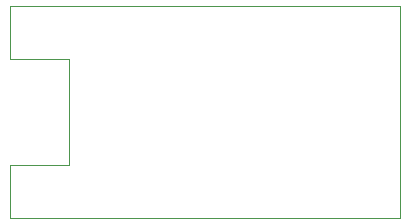
<source format=gbr>
%TF.GenerationSoftware,KiCad,Pcbnew,(5.1.9)-1*%
%TF.CreationDate,2021-01-29T17:06:41+01:00*%
%TF.ProjectId,ProMini_MouseJiggler,50726f4d-696e-4695-9f4d-6f7573654a69,rev?*%
%TF.SameCoordinates,Original*%
%TF.FileFunction,Profile,NP*%
%FSLAX46Y46*%
G04 Gerber Fmt 4.6, Leading zero omitted, Abs format (unit mm)*
G04 Created by KiCad (PCBNEW (5.1.9)-1) date 2021-01-29 17:06:41*
%MOMM*%
%LPD*%
G01*
G04 APERTURE LIST*
%TA.AperFunction,Profile*%
%ADD10C,0.050000*%
%TD*%
G04 APERTURE END LIST*
D10*
X116500000Y-100000000D02*
X116500000Y-104500000D01*
X121500000Y-100000000D02*
X116500000Y-100000000D01*
X121500000Y-91000000D02*
X121500000Y-100000000D01*
X116500000Y-91000000D02*
X121500000Y-91000000D01*
X116500000Y-86500000D02*
X116500000Y-91000000D01*
X116500000Y-86500000D02*
X149500000Y-86500000D01*
X149500000Y-104500000D02*
X116500000Y-104500000D01*
X149500000Y-86500000D02*
X149500000Y-104500000D01*
M02*

</source>
